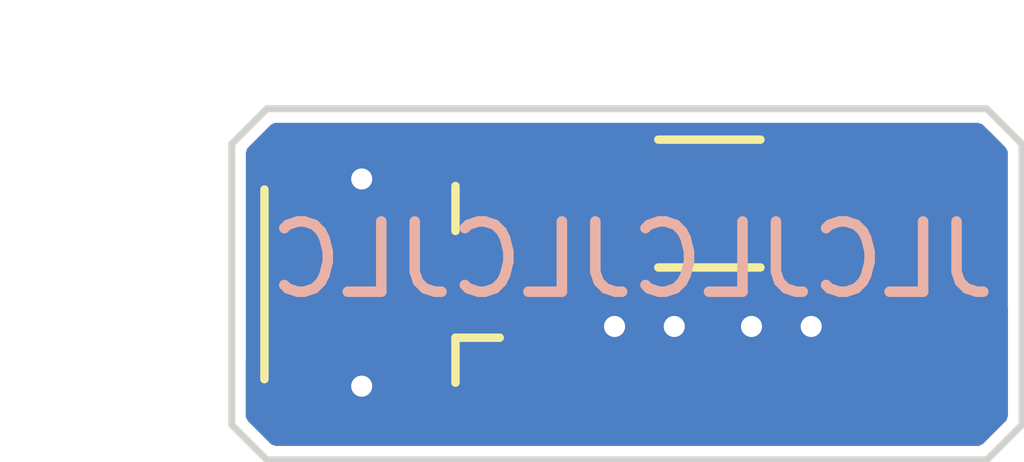
<source format=kicad_pcb>
(kicad_pcb (version 20211014) (generator pcbnew)
  (layers (0 "F.Cu" signal) (31 "B.Cu" signal) (34 "B.Paste" user) (35 "F.Paste" user) (36 "B.SilkS" user "B.Silkscreen") (37 "F.SilkS" user "F.Silkscreen") (38 "B.Mask" user) (39 "F.Mask" user) (44 "Edge.Cuts" user))
  (net 0 "")
  (net 1 "Net-(J1-Pad1)")
  (net 2 "GND")
  (net 3 "/coil")
  (footprint "Resistor_SMD:R_1206_3216Metric_Pad1.30x1.75mm_HandSolder" (layer "F.Cu") (at 113.55 109.1 180)
    (fp_text reference "R1" hide)
    (fp_text value "R")
    (fp_line (start -0.727064 0.91) (end 0.727064 0.91) (layer "F.SilkS") (width 0.12))
    (fp_line (start -0.727064 -0.91) (end 0.727064 -0.91) (layer "F.SilkS") (width 0.12))
    (pad "1" smd roundrect (at -1.55 0 180) (size 1.3 1.75) (layers "F.Cu" "F.Paste" "F.Mask") (roundrect_rratio 0.192308) (net 3 "/coil"))
    (pad "2" smd roundrect (at 1.55 0 180) (size 1.3 1.75) (layers "F.Cu" "F.Paste" "F.Mask") (roundrect_rratio 0.192308) (net 1 "Net-(J1-Pad1)"))
  )
  (footprint "Connector_Coaxial:U.FL_Hirose_U.FL-R-SMT-1_Vertical" (layer "F.Cu") (at 109.05 110.25 180)
    (fp_text reference "J1" hide)
    (fp_text value "Conn_Coaxial")
    (fp_line (start -0.885 -1.4) (end -0.885 -0.76) (layer "F.SilkS") (width 0.12))
    (fp_line (start -0.885 -0.76) (end -1.515 -0.76) (layer "F.SilkS") (width 0.12))
    (fp_line (start 1.835 -1.35) (end 1.835 1.35) (layer "F.SilkS") (width 0.12))
    (fp_line (start -0.885 1.4) (end -0.885 0.76) (layer "F.SilkS") (width 0.12))
    (pad "1" smd rect (at -1.05 0 180) (size 1.05 1) (layers "F.Cu" "F.Paste" "F.Mask") (net 1 "Net-(J1-Pad1)"))
    (pad "2" smd rect (at 0.475 -1.475 180) (size 2.2 1.05) (layers "F.Cu" "F.Paste" "F.Mask") (net 2 "GND"))
    (pad "2" smd rect (at 0.475 1.475 180) (size 2.2 1.05) (layers "F.Cu" "F.Paste" "F.Mask") (net 2 "GND"))
  )
  (gr_line (start 106.75 112.25) (end 107.25 112.75) (layer "Edge.Cuts") (width 0.1))
  (gr_line (start 107.25 107.75) (end 106.75 108.25) (layer "Edge.Cuts") (width 0.1))
  (gr_line (start 117.5 107.75) (end 118 108.25) (layer "Edge.Cuts") (width 0.1))
  (gr_line (start 117.5 112.75) (end 118 112.25) (layer "Edge.Cuts") (width 0.1))
  (gr_line (start 118 112.25) (end 118 108.25) (layer "Edge.Cuts") (width 0.1))
  (gr_line (start 106.75 108.25) (end 106.75 112.25) (layer "Edge.Cuts") (width 0.1))
  (gr_line (start 117.5 107.75) (end 107.25 107.75) (layer "Edge.Cuts") (width 0.1))
  (gr_line (start 107.25 112.75) (end 117.5 112.75) (layer "Edge.Cuts") (width 0.1))
  (gr_text "JLCJLCJLCJLC" (at 112.45 109.9) (layer "B.SilkS") (effects (font (size 1 1)) (justify mirror)))
  (segment (start 110.1 110.25) (end 111.85 110.25) (width 0.24) (layer "F.Cu") (net 1))
  (segment (start 111.85 110.25) (end 112 110.1) (width 0.24) (layer "F.Cu") (net 1))
  (segment (start 112 110.1) (end 112 109.1) (width 0.24) (layer "F.Cu") (net 1))
  (via (at 115 110.85) (size 0.6) (drill 0.3) (layers "F.Cu" "B.Cu") (net 2))
  (via (at 108.6 111.7) (size 0.6) (drill 0.3) (layers "F.Cu" "B.Cu") (net 2))
  (via (at 114.15 110.85) (size 0.6) (drill 0.3) (layers "F.Cu" "B.Cu") (net 2))
  (via (at 113.05 110.85) (size 0.6) (drill 0.3) (layers "F.Cu" "B.Cu") (net 2))
  (via (at 108.6 108.75) (size 0.6) (drill 0.3) (layers "F.Cu" "B.Cu") (net 2))
  (via (at 112.2 110.85) (size 0.6) (drill 0.3) (layers "F.Cu" "B.Cu") (net 2))
  (zone (net 1) (net_name "Net-(J1-Pad1)") (layer "F.Cu") (priority 1) (connect_pads yes (clearance 0.2)) (min_thickness 0.2) (fill yes (thermal_gap 0.508) (thermal_bridge_width 0.508))
    (polygon (pts (xy 112.65 109.9) (xy 111.3 110.75) (xy 109.55 110.75) (xy 109.55 109.75) (xy 110.9 108.2) (xy 112.65 108.2)))
  )
  (zone (net 0) (net_name "") (layer "F.Cu") (connect_pads (clearance 0)) (min_thickness 0.254)
    (keepout (tracks allowed) (vias allowed) (pads allowed) (copperpour not_allowed) (footprints allowed))
    (fill (thermal_gap 0.508) (thermal_bridge_width 0.508))
    (polygon (pts (xy 109.95 111.2) (xy 107.4 111.2) (xy 107.4 109.3) (xy 109.95 109.3)))
  )
  (zone (net 3) (net_name "/coil") (layer "F.Cu") (priority 2) (connect_pads yes (clearance 0.2)) (min_thickness 0.2) (fill yes (thermal_gap 0.508) (thermal_bridge_width 0.508))
    (polygon (pts (xy 117.75 110.2) (xy 114.45 110.2) (xy 114.45 108.05) (xy 117.75 108.05)))
  )
  (zone (net 2) (net_name "GND") (layer "F.Cu") (connect_pads yes (clearance 0.2)) (min_thickness 0.2) (fill yes (thermal_gap 0.508) (thermal_bridge_width 0.508))
    (polygon (pts (xy 118 112.75) (xy 106.75 112.75) (xy 106.75 111.25) (xy 111 111.25) (xy 111.75 110.5) (xy 118 110.5)))
  )
  (zone (net 2) (net_name "GND") (layer "B.Cu") (connect_pads yes (clearance 0.2)) (min_thickness 0.2) (fill yes (thermal_gap 0.508) (thermal_bridge_width 0.508))
    (polygon (pts (xy 118 112.75) (xy 106.75 112.75) (xy 106.75 107.75) (xy 118 107.75)))
  )
)
</source>
